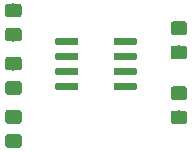
<source format=gbr>
G04 #@! TF.GenerationSoftware,KiCad,Pcbnew,(5.1.4)-1*
G04 #@! TF.CreationDate,2019-10-04T20:40:23-05:00*
G04 #@! TF.ProjectId,GettingToBlinky5.0,47657474-696e-4675-946f-426c696e6b79,rev?*
G04 #@! TF.SameCoordinates,Original*
G04 #@! TF.FileFunction,Paste,Top*
G04 #@! TF.FilePolarity,Positive*
%FSLAX46Y46*%
G04 Gerber Fmt 4.6, Leading zero omitted, Abs format (unit mm)*
G04 Created by KiCad (PCBNEW (5.1.4)-1) date 2019-10-04 20:40:23*
%MOMM*%
%LPD*%
G04 APERTURE LIST*
%ADD10C,0.100000*%
%ADD11C,0.600000*%
%ADD12C,1.150000*%
G04 APERTURE END LIST*
D10*
G36*
X149314703Y-94795722D02*
G01*
X149329264Y-94797882D01*
X149343543Y-94801459D01*
X149357403Y-94806418D01*
X149370710Y-94812712D01*
X149383336Y-94820280D01*
X149395159Y-94829048D01*
X149406066Y-94838934D01*
X149415952Y-94849841D01*
X149424720Y-94861664D01*
X149432288Y-94874290D01*
X149438582Y-94887597D01*
X149443541Y-94901457D01*
X149447118Y-94915736D01*
X149449278Y-94930297D01*
X149450000Y-94945000D01*
X149450000Y-95245000D01*
X149449278Y-95259703D01*
X149447118Y-95274264D01*
X149443541Y-95288543D01*
X149438582Y-95302403D01*
X149432288Y-95315710D01*
X149424720Y-95328336D01*
X149415952Y-95340159D01*
X149406066Y-95351066D01*
X149395159Y-95360952D01*
X149383336Y-95369720D01*
X149370710Y-95377288D01*
X149357403Y-95383582D01*
X149343543Y-95388541D01*
X149329264Y-95392118D01*
X149314703Y-95394278D01*
X149300000Y-95395000D01*
X147650000Y-95395000D01*
X147635297Y-95394278D01*
X147620736Y-95392118D01*
X147606457Y-95388541D01*
X147592597Y-95383582D01*
X147579290Y-95377288D01*
X147566664Y-95369720D01*
X147554841Y-95360952D01*
X147543934Y-95351066D01*
X147534048Y-95340159D01*
X147525280Y-95328336D01*
X147517712Y-95315710D01*
X147511418Y-95302403D01*
X147506459Y-95288543D01*
X147502882Y-95274264D01*
X147500722Y-95259703D01*
X147500000Y-95245000D01*
X147500000Y-94945000D01*
X147500722Y-94930297D01*
X147502882Y-94915736D01*
X147506459Y-94901457D01*
X147511418Y-94887597D01*
X147517712Y-94874290D01*
X147525280Y-94861664D01*
X147534048Y-94849841D01*
X147543934Y-94838934D01*
X147554841Y-94829048D01*
X147566664Y-94820280D01*
X147579290Y-94812712D01*
X147592597Y-94806418D01*
X147606457Y-94801459D01*
X147620736Y-94797882D01*
X147635297Y-94795722D01*
X147650000Y-94795000D01*
X149300000Y-94795000D01*
X149314703Y-94795722D01*
X149314703Y-94795722D01*
G37*
D11*
X148475000Y-95095000D03*
D10*
G36*
X149314703Y-96065722D02*
G01*
X149329264Y-96067882D01*
X149343543Y-96071459D01*
X149357403Y-96076418D01*
X149370710Y-96082712D01*
X149383336Y-96090280D01*
X149395159Y-96099048D01*
X149406066Y-96108934D01*
X149415952Y-96119841D01*
X149424720Y-96131664D01*
X149432288Y-96144290D01*
X149438582Y-96157597D01*
X149443541Y-96171457D01*
X149447118Y-96185736D01*
X149449278Y-96200297D01*
X149450000Y-96215000D01*
X149450000Y-96515000D01*
X149449278Y-96529703D01*
X149447118Y-96544264D01*
X149443541Y-96558543D01*
X149438582Y-96572403D01*
X149432288Y-96585710D01*
X149424720Y-96598336D01*
X149415952Y-96610159D01*
X149406066Y-96621066D01*
X149395159Y-96630952D01*
X149383336Y-96639720D01*
X149370710Y-96647288D01*
X149357403Y-96653582D01*
X149343543Y-96658541D01*
X149329264Y-96662118D01*
X149314703Y-96664278D01*
X149300000Y-96665000D01*
X147650000Y-96665000D01*
X147635297Y-96664278D01*
X147620736Y-96662118D01*
X147606457Y-96658541D01*
X147592597Y-96653582D01*
X147579290Y-96647288D01*
X147566664Y-96639720D01*
X147554841Y-96630952D01*
X147543934Y-96621066D01*
X147534048Y-96610159D01*
X147525280Y-96598336D01*
X147517712Y-96585710D01*
X147511418Y-96572403D01*
X147506459Y-96558543D01*
X147502882Y-96544264D01*
X147500722Y-96529703D01*
X147500000Y-96515000D01*
X147500000Y-96215000D01*
X147500722Y-96200297D01*
X147502882Y-96185736D01*
X147506459Y-96171457D01*
X147511418Y-96157597D01*
X147517712Y-96144290D01*
X147525280Y-96131664D01*
X147534048Y-96119841D01*
X147543934Y-96108934D01*
X147554841Y-96099048D01*
X147566664Y-96090280D01*
X147579290Y-96082712D01*
X147592597Y-96076418D01*
X147606457Y-96071459D01*
X147620736Y-96067882D01*
X147635297Y-96065722D01*
X147650000Y-96065000D01*
X149300000Y-96065000D01*
X149314703Y-96065722D01*
X149314703Y-96065722D01*
G37*
D11*
X148475000Y-96365000D03*
D10*
G36*
X149314703Y-97335722D02*
G01*
X149329264Y-97337882D01*
X149343543Y-97341459D01*
X149357403Y-97346418D01*
X149370710Y-97352712D01*
X149383336Y-97360280D01*
X149395159Y-97369048D01*
X149406066Y-97378934D01*
X149415952Y-97389841D01*
X149424720Y-97401664D01*
X149432288Y-97414290D01*
X149438582Y-97427597D01*
X149443541Y-97441457D01*
X149447118Y-97455736D01*
X149449278Y-97470297D01*
X149450000Y-97485000D01*
X149450000Y-97785000D01*
X149449278Y-97799703D01*
X149447118Y-97814264D01*
X149443541Y-97828543D01*
X149438582Y-97842403D01*
X149432288Y-97855710D01*
X149424720Y-97868336D01*
X149415952Y-97880159D01*
X149406066Y-97891066D01*
X149395159Y-97900952D01*
X149383336Y-97909720D01*
X149370710Y-97917288D01*
X149357403Y-97923582D01*
X149343543Y-97928541D01*
X149329264Y-97932118D01*
X149314703Y-97934278D01*
X149300000Y-97935000D01*
X147650000Y-97935000D01*
X147635297Y-97934278D01*
X147620736Y-97932118D01*
X147606457Y-97928541D01*
X147592597Y-97923582D01*
X147579290Y-97917288D01*
X147566664Y-97909720D01*
X147554841Y-97900952D01*
X147543934Y-97891066D01*
X147534048Y-97880159D01*
X147525280Y-97868336D01*
X147517712Y-97855710D01*
X147511418Y-97842403D01*
X147506459Y-97828543D01*
X147502882Y-97814264D01*
X147500722Y-97799703D01*
X147500000Y-97785000D01*
X147500000Y-97485000D01*
X147500722Y-97470297D01*
X147502882Y-97455736D01*
X147506459Y-97441457D01*
X147511418Y-97427597D01*
X147517712Y-97414290D01*
X147525280Y-97401664D01*
X147534048Y-97389841D01*
X147543934Y-97378934D01*
X147554841Y-97369048D01*
X147566664Y-97360280D01*
X147579290Y-97352712D01*
X147592597Y-97346418D01*
X147606457Y-97341459D01*
X147620736Y-97337882D01*
X147635297Y-97335722D01*
X147650000Y-97335000D01*
X149300000Y-97335000D01*
X149314703Y-97335722D01*
X149314703Y-97335722D01*
G37*
D11*
X148475000Y-97635000D03*
D10*
G36*
X149314703Y-98605722D02*
G01*
X149329264Y-98607882D01*
X149343543Y-98611459D01*
X149357403Y-98616418D01*
X149370710Y-98622712D01*
X149383336Y-98630280D01*
X149395159Y-98639048D01*
X149406066Y-98648934D01*
X149415952Y-98659841D01*
X149424720Y-98671664D01*
X149432288Y-98684290D01*
X149438582Y-98697597D01*
X149443541Y-98711457D01*
X149447118Y-98725736D01*
X149449278Y-98740297D01*
X149450000Y-98755000D01*
X149450000Y-99055000D01*
X149449278Y-99069703D01*
X149447118Y-99084264D01*
X149443541Y-99098543D01*
X149438582Y-99112403D01*
X149432288Y-99125710D01*
X149424720Y-99138336D01*
X149415952Y-99150159D01*
X149406066Y-99161066D01*
X149395159Y-99170952D01*
X149383336Y-99179720D01*
X149370710Y-99187288D01*
X149357403Y-99193582D01*
X149343543Y-99198541D01*
X149329264Y-99202118D01*
X149314703Y-99204278D01*
X149300000Y-99205000D01*
X147650000Y-99205000D01*
X147635297Y-99204278D01*
X147620736Y-99202118D01*
X147606457Y-99198541D01*
X147592597Y-99193582D01*
X147579290Y-99187288D01*
X147566664Y-99179720D01*
X147554841Y-99170952D01*
X147543934Y-99161066D01*
X147534048Y-99150159D01*
X147525280Y-99138336D01*
X147517712Y-99125710D01*
X147511418Y-99112403D01*
X147506459Y-99098543D01*
X147502882Y-99084264D01*
X147500722Y-99069703D01*
X147500000Y-99055000D01*
X147500000Y-98755000D01*
X147500722Y-98740297D01*
X147502882Y-98725736D01*
X147506459Y-98711457D01*
X147511418Y-98697597D01*
X147517712Y-98684290D01*
X147525280Y-98671664D01*
X147534048Y-98659841D01*
X147543934Y-98648934D01*
X147554841Y-98639048D01*
X147566664Y-98630280D01*
X147579290Y-98622712D01*
X147592597Y-98616418D01*
X147606457Y-98611459D01*
X147620736Y-98607882D01*
X147635297Y-98605722D01*
X147650000Y-98605000D01*
X149300000Y-98605000D01*
X149314703Y-98605722D01*
X149314703Y-98605722D01*
G37*
D11*
X148475000Y-98905000D03*
D10*
G36*
X144364703Y-98605722D02*
G01*
X144379264Y-98607882D01*
X144393543Y-98611459D01*
X144407403Y-98616418D01*
X144420710Y-98622712D01*
X144433336Y-98630280D01*
X144445159Y-98639048D01*
X144456066Y-98648934D01*
X144465952Y-98659841D01*
X144474720Y-98671664D01*
X144482288Y-98684290D01*
X144488582Y-98697597D01*
X144493541Y-98711457D01*
X144497118Y-98725736D01*
X144499278Y-98740297D01*
X144500000Y-98755000D01*
X144500000Y-99055000D01*
X144499278Y-99069703D01*
X144497118Y-99084264D01*
X144493541Y-99098543D01*
X144488582Y-99112403D01*
X144482288Y-99125710D01*
X144474720Y-99138336D01*
X144465952Y-99150159D01*
X144456066Y-99161066D01*
X144445159Y-99170952D01*
X144433336Y-99179720D01*
X144420710Y-99187288D01*
X144407403Y-99193582D01*
X144393543Y-99198541D01*
X144379264Y-99202118D01*
X144364703Y-99204278D01*
X144350000Y-99205000D01*
X142700000Y-99205000D01*
X142685297Y-99204278D01*
X142670736Y-99202118D01*
X142656457Y-99198541D01*
X142642597Y-99193582D01*
X142629290Y-99187288D01*
X142616664Y-99179720D01*
X142604841Y-99170952D01*
X142593934Y-99161066D01*
X142584048Y-99150159D01*
X142575280Y-99138336D01*
X142567712Y-99125710D01*
X142561418Y-99112403D01*
X142556459Y-99098543D01*
X142552882Y-99084264D01*
X142550722Y-99069703D01*
X142550000Y-99055000D01*
X142550000Y-98755000D01*
X142550722Y-98740297D01*
X142552882Y-98725736D01*
X142556459Y-98711457D01*
X142561418Y-98697597D01*
X142567712Y-98684290D01*
X142575280Y-98671664D01*
X142584048Y-98659841D01*
X142593934Y-98648934D01*
X142604841Y-98639048D01*
X142616664Y-98630280D01*
X142629290Y-98622712D01*
X142642597Y-98616418D01*
X142656457Y-98611459D01*
X142670736Y-98607882D01*
X142685297Y-98605722D01*
X142700000Y-98605000D01*
X144350000Y-98605000D01*
X144364703Y-98605722D01*
X144364703Y-98605722D01*
G37*
D11*
X143525000Y-98905000D03*
D10*
G36*
X144364703Y-97335722D02*
G01*
X144379264Y-97337882D01*
X144393543Y-97341459D01*
X144407403Y-97346418D01*
X144420710Y-97352712D01*
X144433336Y-97360280D01*
X144445159Y-97369048D01*
X144456066Y-97378934D01*
X144465952Y-97389841D01*
X144474720Y-97401664D01*
X144482288Y-97414290D01*
X144488582Y-97427597D01*
X144493541Y-97441457D01*
X144497118Y-97455736D01*
X144499278Y-97470297D01*
X144500000Y-97485000D01*
X144500000Y-97785000D01*
X144499278Y-97799703D01*
X144497118Y-97814264D01*
X144493541Y-97828543D01*
X144488582Y-97842403D01*
X144482288Y-97855710D01*
X144474720Y-97868336D01*
X144465952Y-97880159D01*
X144456066Y-97891066D01*
X144445159Y-97900952D01*
X144433336Y-97909720D01*
X144420710Y-97917288D01*
X144407403Y-97923582D01*
X144393543Y-97928541D01*
X144379264Y-97932118D01*
X144364703Y-97934278D01*
X144350000Y-97935000D01*
X142700000Y-97935000D01*
X142685297Y-97934278D01*
X142670736Y-97932118D01*
X142656457Y-97928541D01*
X142642597Y-97923582D01*
X142629290Y-97917288D01*
X142616664Y-97909720D01*
X142604841Y-97900952D01*
X142593934Y-97891066D01*
X142584048Y-97880159D01*
X142575280Y-97868336D01*
X142567712Y-97855710D01*
X142561418Y-97842403D01*
X142556459Y-97828543D01*
X142552882Y-97814264D01*
X142550722Y-97799703D01*
X142550000Y-97785000D01*
X142550000Y-97485000D01*
X142550722Y-97470297D01*
X142552882Y-97455736D01*
X142556459Y-97441457D01*
X142561418Y-97427597D01*
X142567712Y-97414290D01*
X142575280Y-97401664D01*
X142584048Y-97389841D01*
X142593934Y-97378934D01*
X142604841Y-97369048D01*
X142616664Y-97360280D01*
X142629290Y-97352712D01*
X142642597Y-97346418D01*
X142656457Y-97341459D01*
X142670736Y-97337882D01*
X142685297Y-97335722D01*
X142700000Y-97335000D01*
X144350000Y-97335000D01*
X144364703Y-97335722D01*
X144364703Y-97335722D01*
G37*
D11*
X143525000Y-97635000D03*
D10*
G36*
X144364703Y-96065722D02*
G01*
X144379264Y-96067882D01*
X144393543Y-96071459D01*
X144407403Y-96076418D01*
X144420710Y-96082712D01*
X144433336Y-96090280D01*
X144445159Y-96099048D01*
X144456066Y-96108934D01*
X144465952Y-96119841D01*
X144474720Y-96131664D01*
X144482288Y-96144290D01*
X144488582Y-96157597D01*
X144493541Y-96171457D01*
X144497118Y-96185736D01*
X144499278Y-96200297D01*
X144500000Y-96215000D01*
X144500000Y-96515000D01*
X144499278Y-96529703D01*
X144497118Y-96544264D01*
X144493541Y-96558543D01*
X144488582Y-96572403D01*
X144482288Y-96585710D01*
X144474720Y-96598336D01*
X144465952Y-96610159D01*
X144456066Y-96621066D01*
X144445159Y-96630952D01*
X144433336Y-96639720D01*
X144420710Y-96647288D01*
X144407403Y-96653582D01*
X144393543Y-96658541D01*
X144379264Y-96662118D01*
X144364703Y-96664278D01*
X144350000Y-96665000D01*
X142700000Y-96665000D01*
X142685297Y-96664278D01*
X142670736Y-96662118D01*
X142656457Y-96658541D01*
X142642597Y-96653582D01*
X142629290Y-96647288D01*
X142616664Y-96639720D01*
X142604841Y-96630952D01*
X142593934Y-96621066D01*
X142584048Y-96610159D01*
X142575280Y-96598336D01*
X142567712Y-96585710D01*
X142561418Y-96572403D01*
X142556459Y-96558543D01*
X142552882Y-96544264D01*
X142550722Y-96529703D01*
X142550000Y-96515000D01*
X142550000Y-96215000D01*
X142550722Y-96200297D01*
X142552882Y-96185736D01*
X142556459Y-96171457D01*
X142561418Y-96157597D01*
X142567712Y-96144290D01*
X142575280Y-96131664D01*
X142584048Y-96119841D01*
X142593934Y-96108934D01*
X142604841Y-96099048D01*
X142616664Y-96090280D01*
X142629290Y-96082712D01*
X142642597Y-96076418D01*
X142656457Y-96071459D01*
X142670736Y-96067882D01*
X142685297Y-96065722D01*
X142700000Y-96065000D01*
X144350000Y-96065000D01*
X144364703Y-96065722D01*
X144364703Y-96065722D01*
G37*
D11*
X143525000Y-96365000D03*
D10*
G36*
X144364703Y-94795722D02*
G01*
X144379264Y-94797882D01*
X144393543Y-94801459D01*
X144407403Y-94806418D01*
X144420710Y-94812712D01*
X144433336Y-94820280D01*
X144445159Y-94829048D01*
X144456066Y-94838934D01*
X144465952Y-94849841D01*
X144474720Y-94861664D01*
X144482288Y-94874290D01*
X144488582Y-94887597D01*
X144493541Y-94901457D01*
X144497118Y-94915736D01*
X144499278Y-94930297D01*
X144500000Y-94945000D01*
X144500000Y-95245000D01*
X144499278Y-95259703D01*
X144497118Y-95274264D01*
X144493541Y-95288543D01*
X144488582Y-95302403D01*
X144482288Y-95315710D01*
X144474720Y-95328336D01*
X144465952Y-95340159D01*
X144456066Y-95351066D01*
X144445159Y-95360952D01*
X144433336Y-95369720D01*
X144420710Y-95377288D01*
X144407403Y-95383582D01*
X144393543Y-95388541D01*
X144379264Y-95392118D01*
X144364703Y-95394278D01*
X144350000Y-95395000D01*
X142700000Y-95395000D01*
X142685297Y-95394278D01*
X142670736Y-95392118D01*
X142656457Y-95388541D01*
X142642597Y-95383582D01*
X142629290Y-95377288D01*
X142616664Y-95369720D01*
X142604841Y-95360952D01*
X142593934Y-95351066D01*
X142584048Y-95340159D01*
X142575280Y-95328336D01*
X142567712Y-95315710D01*
X142561418Y-95302403D01*
X142556459Y-95288543D01*
X142552882Y-95274264D01*
X142550722Y-95259703D01*
X142550000Y-95245000D01*
X142550000Y-94945000D01*
X142550722Y-94930297D01*
X142552882Y-94915736D01*
X142556459Y-94901457D01*
X142561418Y-94887597D01*
X142567712Y-94874290D01*
X142575280Y-94861664D01*
X142584048Y-94849841D01*
X142593934Y-94838934D01*
X142604841Y-94829048D01*
X142616664Y-94820280D01*
X142629290Y-94812712D01*
X142642597Y-94806418D01*
X142656457Y-94801459D01*
X142670736Y-94797882D01*
X142685297Y-94795722D01*
X142700000Y-94795000D01*
X144350000Y-94795000D01*
X144364703Y-94795722D01*
X144364703Y-94795722D01*
G37*
D11*
X143525000Y-95095000D03*
D10*
G36*
X139474505Y-98451204D02*
G01*
X139498773Y-98454804D01*
X139522572Y-98460765D01*
X139545671Y-98469030D01*
X139567850Y-98479520D01*
X139588893Y-98492132D01*
X139608599Y-98506747D01*
X139626777Y-98523223D01*
X139643253Y-98541401D01*
X139657868Y-98561107D01*
X139670480Y-98582150D01*
X139680970Y-98604329D01*
X139689235Y-98627428D01*
X139695196Y-98651227D01*
X139698796Y-98675495D01*
X139700000Y-98699999D01*
X139700000Y-99350001D01*
X139698796Y-99374505D01*
X139695196Y-99398773D01*
X139689235Y-99422572D01*
X139680970Y-99445671D01*
X139670480Y-99467850D01*
X139657868Y-99488893D01*
X139643253Y-99508599D01*
X139626777Y-99526777D01*
X139608599Y-99543253D01*
X139588893Y-99557868D01*
X139567850Y-99570480D01*
X139545671Y-99580970D01*
X139522572Y-99589235D01*
X139498773Y-99595196D01*
X139474505Y-99598796D01*
X139450001Y-99600000D01*
X138549999Y-99600000D01*
X138525495Y-99598796D01*
X138501227Y-99595196D01*
X138477428Y-99589235D01*
X138454329Y-99580970D01*
X138432150Y-99570480D01*
X138411107Y-99557868D01*
X138391401Y-99543253D01*
X138373223Y-99526777D01*
X138356747Y-99508599D01*
X138342132Y-99488893D01*
X138329520Y-99467850D01*
X138319030Y-99445671D01*
X138310765Y-99422572D01*
X138304804Y-99398773D01*
X138301204Y-99374505D01*
X138300000Y-99350001D01*
X138300000Y-98699999D01*
X138301204Y-98675495D01*
X138304804Y-98651227D01*
X138310765Y-98627428D01*
X138319030Y-98604329D01*
X138329520Y-98582150D01*
X138342132Y-98561107D01*
X138356747Y-98541401D01*
X138373223Y-98523223D01*
X138391401Y-98506747D01*
X138411107Y-98492132D01*
X138432150Y-98479520D01*
X138454329Y-98469030D01*
X138477428Y-98460765D01*
X138501227Y-98454804D01*
X138525495Y-98451204D01*
X138549999Y-98450000D01*
X139450001Y-98450000D01*
X139474505Y-98451204D01*
X139474505Y-98451204D01*
G37*
D12*
X139000000Y-99025000D03*
D10*
G36*
X139474505Y-96401204D02*
G01*
X139498773Y-96404804D01*
X139522572Y-96410765D01*
X139545671Y-96419030D01*
X139567850Y-96429520D01*
X139588893Y-96442132D01*
X139608599Y-96456747D01*
X139626777Y-96473223D01*
X139643253Y-96491401D01*
X139657868Y-96511107D01*
X139670480Y-96532150D01*
X139680970Y-96554329D01*
X139689235Y-96577428D01*
X139695196Y-96601227D01*
X139698796Y-96625495D01*
X139700000Y-96649999D01*
X139700000Y-97300001D01*
X139698796Y-97324505D01*
X139695196Y-97348773D01*
X139689235Y-97372572D01*
X139680970Y-97395671D01*
X139670480Y-97417850D01*
X139657868Y-97438893D01*
X139643253Y-97458599D01*
X139626777Y-97476777D01*
X139608599Y-97493253D01*
X139588893Y-97507868D01*
X139567850Y-97520480D01*
X139545671Y-97530970D01*
X139522572Y-97539235D01*
X139498773Y-97545196D01*
X139474505Y-97548796D01*
X139450001Y-97550000D01*
X138549999Y-97550000D01*
X138525495Y-97548796D01*
X138501227Y-97545196D01*
X138477428Y-97539235D01*
X138454329Y-97530970D01*
X138432150Y-97520480D01*
X138411107Y-97507868D01*
X138391401Y-97493253D01*
X138373223Y-97476777D01*
X138356747Y-97458599D01*
X138342132Y-97438893D01*
X138329520Y-97417850D01*
X138319030Y-97395671D01*
X138310765Y-97372572D01*
X138304804Y-97348773D01*
X138301204Y-97324505D01*
X138300000Y-97300001D01*
X138300000Y-96649999D01*
X138301204Y-96625495D01*
X138304804Y-96601227D01*
X138310765Y-96577428D01*
X138319030Y-96554329D01*
X138329520Y-96532150D01*
X138342132Y-96511107D01*
X138356747Y-96491401D01*
X138373223Y-96473223D01*
X138391401Y-96456747D01*
X138411107Y-96442132D01*
X138432150Y-96429520D01*
X138454329Y-96419030D01*
X138477428Y-96410765D01*
X138501227Y-96404804D01*
X138525495Y-96401204D01*
X138549999Y-96400000D01*
X139450001Y-96400000D01*
X139474505Y-96401204D01*
X139474505Y-96401204D01*
G37*
D12*
X139000000Y-96975000D03*
D10*
G36*
X153474505Y-100951204D02*
G01*
X153498773Y-100954804D01*
X153522572Y-100960765D01*
X153545671Y-100969030D01*
X153567850Y-100979520D01*
X153588893Y-100992132D01*
X153608599Y-101006747D01*
X153626777Y-101023223D01*
X153643253Y-101041401D01*
X153657868Y-101061107D01*
X153670480Y-101082150D01*
X153680970Y-101104329D01*
X153689235Y-101127428D01*
X153695196Y-101151227D01*
X153698796Y-101175495D01*
X153700000Y-101199999D01*
X153700000Y-101850001D01*
X153698796Y-101874505D01*
X153695196Y-101898773D01*
X153689235Y-101922572D01*
X153680970Y-101945671D01*
X153670480Y-101967850D01*
X153657868Y-101988893D01*
X153643253Y-102008599D01*
X153626777Y-102026777D01*
X153608599Y-102043253D01*
X153588893Y-102057868D01*
X153567850Y-102070480D01*
X153545671Y-102080970D01*
X153522572Y-102089235D01*
X153498773Y-102095196D01*
X153474505Y-102098796D01*
X153450001Y-102100000D01*
X152549999Y-102100000D01*
X152525495Y-102098796D01*
X152501227Y-102095196D01*
X152477428Y-102089235D01*
X152454329Y-102080970D01*
X152432150Y-102070480D01*
X152411107Y-102057868D01*
X152391401Y-102043253D01*
X152373223Y-102026777D01*
X152356747Y-102008599D01*
X152342132Y-101988893D01*
X152329520Y-101967850D01*
X152319030Y-101945671D01*
X152310765Y-101922572D01*
X152304804Y-101898773D01*
X152301204Y-101874505D01*
X152300000Y-101850001D01*
X152300000Y-101199999D01*
X152301204Y-101175495D01*
X152304804Y-101151227D01*
X152310765Y-101127428D01*
X152319030Y-101104329D01*
X152329520Y-101082150D01*
X152342132Y-101061107D01*
X152356747Y-101041401D01*
X152373223Y-101023223D01*
X152391401Y-101006747D01*
X152411107Y-100992132D01*
X152432150Y-100979520D01*
X152454329Y-100969030D01*
X152477428Y-100960765D01*
X152501227Y-100954804D01*
X152525495Y-100951204D01*
X152549999Y-100950000D01*
X153450001Y-100950000D01*
X153474505Y-100951204D01*
X153474505Y-100951204D01*
G37*
D12*
X153000000Y-101525000D03*
D10*
G36*
X153474505Y-98901204D02*
G01*
X153498773Y-98904804D01*
X153522572Y-98910765D01*
X153545671Y-98919030D01*
X153567850Y-98929520D01*
X153588893Y-98942132D01*
X153608599Y-98956747D01*
X153626777Y-98973223D01*
X153643253Y-98991401D01*
X153657868Y-99011107D01*
X153670480Y-99032150D01*
X153680970Y-99054329D01*
X153689235Y-99077428D01*
X153695196Y-99101227D01*
X153698796Y-99125495D01*
X153700000Y-99149999D01*
X153700000Y-99800001D01*
X153698796Y-99824505D01*
X153695196Y-99848773D01*
X153689235Y-99872572D01*
X153680970Y-99895671D01*
X153670480Y-99917850D01*
X153657868Y-99938893D01*
X153643253Y-99958599D01*
X153626777Y-99976777D01*
X153608599Y-99993253D01*
X153588893Y-100007868D01*
X153567850Y-100020480D01*
X153545671Y-100030970D01*
X153522572Y-100039235D01*
X153498773Y-100045196D01*
X153474505Y-100048796D01*
X153450001Y-100050000D01*
X152549999Y-100050000D01*
X152525495Y-100048796D01*
X152501227Y-100045196D01*
X152477428Y-100039235D01*
X152454329Y-100030970D01*
X152432150Y-100020480D01*
X152411107Y-100007868D01*
X152391401Y-99993253D01*
X152373223Y-99976777D01*
X152356747Y-99958599D01*
X152342132Y-99938893D01*
X152329520Y-99917850D01*
X152319030Y-99895671D01*
X152310765Y-99872572D01*
X152304804Y-99848773D01*
X152301204Y-99824505D01*
X152300000Y-99800001D01*
X152300000Y-99149999D01*
X152301204Y-99125495D01*
X152304804Y-99101227D01*
X152310765Y-99077428D01*
X152319030Y-99054329D01*
X152329520Y-99032150D01*
X152342132Y-99011107D01*
X152356747Y-98991401D01*
X152373223Y-98973223D01*
X152391401Y-98956747D01*
X152411107Y-98942132D01*
X152432150Y-98929520D01*
X152454329Y-98919030D01*
X152477428Y-98910765D01*
X152501227Y-98904804D01*
X152525495Y-98901204D01*
X152549999Y-98900000D01*
X153450001Y-98900000D01*
X153474505Y-98901204D01*
X153474505Y-98901204D01*
G37*
D12*
X153000000Y-99475000D03*
D10*
G36*
X153474505Y-95451204D02*
G01*
X153498773Y-95454804D01*
X153522572Y-95460765D01*
X153545671Y-95469030D01*
X153567850Y-95479520D01*
X153588893Y-95492132D01*
X153608599Y-95506747D01*
X153626777Y-95523223D01*
X153643253Y-95541401D01*
X153657868Y-95561107D01*
X153670480Y-95582150D01*
X153680970Y-95604329D01*
X153689235Y-95627428D01*
X153695196Y-95651227D01*
X153698796Y-95675495D01*
X153700000Y-95699999D01*
X153700000Y-96350001D01*
X153698796Y-96374505D01*
X153695196Y-96398773D01*
X153689235Y-96422572D01*
X153680970Y-96445671D01*
X153670480Y-96467850D01*
X153657868Y-96488893D01*
X153643253Y-96508599D01*
X153626777Y-96526777D01*
X153608599Y-96543253D01*
X153588893Y-96557868D01*
X153567850Y-96570480D01*
X153545671Y-96580970D01*
X153522572Y-96589235D01*
X153498773Y-96595196D01*
X153474505Y-96598796D01*
X153450001Y-96600000D01*
X152549999Y-96600000D01*
X152525495Y-96598796D01*
X152501227Y-96595196D01*
X152477428Y-96589235D01*
X152454329Y-96580970D01*
X152432150Y-96570480D01*
X152411107Y-96557868D01*
X152391401Y-96543253D01*
X152373223Y-96526777D01*
X152356747Y-96508599D01*
X152342132Y-96488893D01*
X152329520Y-96467850D01*
X152319030Y-96445671D01*
X152310765Y-96422572D01*
X152304804Y-96398773D01*
X152301204Y-96374505D01*
X152300000Y-96350001D01*
X152300000Y-95699999D01*
X152301204Y-95675495D01*
X152304804Y-95651227D01*
X152310765Y-95627428D01*
X152319030Y-95604329D01*
X152329520Y-95582150D01*
X152342132Y-95561107D01*
X152356747Y-95541401D01*
X152373223Y-95523223D01*
X152391401Y-95506747D01*
X152411107Y-95492132D01*
X152432150Y-95479520D01*
X152454329Y-95469030D01*
X152477428Y-95460765D01*
X152501227Y-95454804D01*
X152525495Y-95451204D01*
X152549999Y-95450000D01*
X153450001Y-95450000D01*
X153474505Y-95451204D01*
X153474505Y-95451204D01*
G37*
D12*
X153000000Y-96025000D03*
D10*
G36*
X153474505Y-93401204D02*
G01*
X153498773Y-93404804D01*
X153522572Y-93410765D01*
X153545671Y-93419030D01*
X153567850Y-93429520D01*
X153588893Y-93442132D01*
X153608599Y-93456747D01*
X153626777Y-93473223D01*
X153643253Y-93491401D01*
X153657868Y-93511107D01*
X153670480Y-93532150D01*
X153680970Y-93554329D01*
X153689235Y-93577428D01*
X153695196Y-93601227D01*
X153698796Y-93625495D01*
X153700000Y-93649999D01*
X153700000Y-94300001D01*
X153698796Y-94324505D01*
X153695196Y-94348773D01*
X153689235Y-94372572D01*
X153680970Y-94395671D01*
X153670480Y-94417850D01*
X153657868Y-94438893D01*
X153643253Y-94458599D01*
X153626777Y-94476777D01*
X153608599Y-94493253D01*
X153588893Y-94507868D01*
X153567850Y-94520480D01*
X153545671Y-94530970D01*
X153522572Y-94539235D01*
X153498773Y-94545196D01*
X153474505Y-94548796D01*
X153450001Y-94550000D01*
X152549999Y-94550000D01*
X152525495Y-94548796D01*
X152501227Y-94545196D01*
X152477428Y-94539235D01*
X152454329Y-94530970D01*
X152432150Y-94520480D01*
X152411107Y-94507868D01*
X152391401Y-94493253D01*
X152373223Y-94476777D01*
X152356747Y-94458599D01*
X152342132Y-94438893D01*
X152329520Y-94417850D01*
X152319030Y-94395671D01*
X152310765Y-94372572D01*
X152304804Y-94348773D01*
X152301204Y-94324505D01*
X152300000Y-94300001D01*
X152300000Y-93649999D01*
X152301204Y-93625495D01*
X152304804Y-93601227D01*
X152310765Y-93577428D01*
X152319030Y-93554329D01*
X152329520Y-93532150D01*
X152342132Y-93511107D01*
X152356747Y-93491401D01*
X152373223Y-93473223D01*
X152391401Y-93456747D01*
X152411107Y-93442132D01*
X152432150Y-93429520D01*
X152454329Y-93419030D01*
X152477428Y-93410765D01*
X152501227Y-93404804D01*
X152525495Y-93401204D01*
X152549999Y-93400000D01*
X153450001Y-93400000D01*
X153474505Y-93401204D01*
X153474505Y-93401204D01*
G37*
D12*
X153000000Y-93975000D03*
D10*
G36*
X139474505Y-100901204D02*
G01*
X139498773Y-100904804D01*
X139522572Y-100910765D01*
X139545671Y-100919030D01*
X139567850Y-100929520D01*
X139588893Y-100942132D01*
X139608599Y-100956747D01*
X139626777Y-100973223D01*
X139643253Y-100991401D01*
X139657868Y-101011107D01*
X139670480Y-101032150D01*
X139680970Y-101054329D01*
X139689235Y-101077428D01*
X139695196Y-101101227D01*
X139698796Y-101125495D01*
X139700000Y-101149999D01*
X139700000Y-101800001D01*
X139698796Y-101824505D01*
X139695196Y-101848773D01*
X139689235Y-101872572D01*
X139680970Y-101895671D01*
X139670480Y-101917850D01*
X139657868Y-101938893D01*
X139643253Y-101958599D01*
X139626777Y-101976777D01*
X139608599Y-101993253D01*
X139588893Y-102007868D01*
X139567850Y-102020480D01*
X139545671Y-102030970D01*
X139522572Y-102039235D01*
X139498773Y-102045196D01*
X139474505Y-102048796D01*
X139450001Y-102050000D01*
X138549999Y-102050000D01*
X138525495Y-102048796D01*
X138501227Y-102045196D01*
X138477428Y-102039235D01*
X138454329Y-102030970D01*
X138432150Y-102020480D01*
X138411107Y-102007868D01*
X138391401Y-101993253D01*
X138373223Y-101976777D01*
X138356747Y-101958599D01*
X138342132Y-101938893D01*
X138329520Y-101917850D01*
X138319030Y-101895671D01*
X138310765Y-101872572D01*
X138304804Y-101848773D01*
X138301204Y-101824505D01*
X138300000Y-101800001D01*
X138300000Y-101149999D01*
X138301204Y-101125495D01*
X138304804Y-101101227D01*
X138310765Y-101077428D01*
X138319030Y-101054329D01*
X138329520Y-101032150D01*
X138342132Y-101011107D01*
X138356747Y-100991401D01*
X138373223Y-100973223D01*
X138391401Y-100956747D01*
X138411107Y-100942132D01*
X138432150Y-100929520D01*
X138454329Y-100919030D01*
X138477428Y-100910765D01*
X138501227Y-100904804D01*
X138525495Y-100901204D01*
X138549999Y-100900000D01*
X139450001Y-100900000D01*
X139474505Y-100901204D01*
X139474505Y-100901204D01*
G37*
D12*
X139000000Y-101475000D03*
D10*
G36*
X139474505Y-102951204D02*
G01*
X139498773Y-102954804D01*
X139522572Y-102960765D01*
X139545671Y-102969030D01*
X139567850Y-102979520D01*
X139588893Y-102992132D01*
X139608599Y-103006747D01*
X139626777Y-103023223D01*
X139643253Y-103041401D01*
X139657868Y-103061107D01*
X139670480Y-103082150D01*
X139680970Y-103104329D01*
X139689235Y-103127428D01*
X139695196Y-103151227D01*
X139698796Y-103175495D01*
X139700000Y-103199999D01*
X139700000Y-103850001D01*
X139698796Y-103874505D01*
X139695196Y-103898773D01*
X139689235Y-103922572D01*
X139680970Y-103945671D01*
X139670480Y-103967850D01*
X139657868Y-103988893D01*
X139643253Y-104008599D01*
X139626777Y-104026777D01*
X139608599Y-104043253D01*
X139588893Y-104057868D01*
X139567850Y-104070480D01*
X139545671Y-104080970D01*
X139522572Y-104089235D01*
X139498773Y-104095196D01*
X139474505Y-104098796D01*
X139450001Y-104100000D01*
X138549999Y-104100000D01*
X138525495Y-104098796D01*
X138501227Y-104095196D01*
X138477428Y-104089235D01*
X138454329Y-104080970D01*
X138432150Y-104070480D01*
X138411107Y-104057868D01*
X138391401Y-104043253D01*
X138373223Y-104026777D01*
X138356747Y-104008599D01*
X138342132Y-103988893D01*
X138329520Y-103967850D01*
X138319030Y-103945671D01*
X138310765Y-103922572D01*
X138304804Y-103898773D01*
X138301204Y-103874505D01*
X138300000Y-103850001D01*
X138300000Y-103199999D01*
X138301204Y-103175495D01*
X138304804Y-103151227D01*
X138310765Y-103127428D01*
X138319030Y-103104329D01*
X138329520Y-103082150D01*
X138342132Y-103061107D01*
X138356747Y-103041401D01*
X138373223Y-103023223D01*
X138391401Y-103006747D01*
X138411107Y-102992132D01*
X138432150Y-102979520D01*
X138454329Y-102969030D01*
X138477428Y-102960765D01*
X138501227Y-102954804D01*
X138525495Y-102951204D01*
X138549999Y-102950000D01*
X139450001Y-102950000D01*
X139474505Y-102951204D01*
X139474505Y-102951204D01*
G37*
D12*
X139000000Y-103525000D03*
D10*
G36*
X139474505Y-91901204D02*
G01*
X139498773Y-91904804D01*
X139522572Y-91910765D01*
X139545671Y-91919030D01*
X139567850Y-91929520D01*
X139588893Y-91942132D01*
X139608599Y-91956747D01*
X139626777Y-91973223D01*
X139643253Y-91991401D01*
X139657868Y-92011107D01*
X139670480Y-92032150D01*
X139680970Y-92054329D01*
X139689235Y-92077428D01*
X139695196Y-92101227D01*
X139698796Y-92125495D01*
X139700000Y-92149999D01*
X139700000Y-92800001D01*
X139698796Y-92824505D01*
X139695196Y-92848773D01*
X139689235Y-92872572D01*
X139680970Y-92895671D01*
X139670480Y-92917850D01*
X139657868Y-92938893D01*
X139643253Y-92958599D01*
X139626777Y-92976777D01*
X139608599Y-92993253D01*
X139588893Y-93007868D01*
X139567850Y-93020480D01*
X139545671Y-93030970D01*
X139522572Y-93039235D01*
X139498773Y-93045196D01*
X139474505Y-93048796D01*
X139450001Y-93050000D01*
X138549999Y-93050000D01*
X138525495Y-93048796D01*
X138501227Y-93045196D01*
X138477428Y-93039235D01*
X138454329Y-93030970D01*
X138432150Y-93020480D01*
X138411107Y-93007868D01*
X138391401Y-92993253D01*
X138373223Y-92976777D01*
X138356747Y-92958599D01*
X138342132Y-92938893D01*
X138329520Y-92917850D01*
X138319030Y-92895671D01*
X138310765Y-92872572D01*
X138304804Y-92848773D01*
X138301204Y-92824505D01*
X138300000Y-92800001D01*
X138300000Y-92149999D01*
X138301204Y-92125495D01*
X138304804Y-92101227D01*
X138310765Y-92077428D01*
X138319030Y-92054329D01*
X138329520Y-92032150D01*
X138342132Y-92011107D01*
X138356747Y-91991401D01*
X138373223Y-91973223D01*
X138391401Y-91956747D01*
X138411107Y-91942132D01*
X138432150Y-91929520D01*
X138454329Y-91919030D01*
X138477428Y-91910765D01*
X138501227Y-91904804D01*
X138525495Y-91901204D01*
X138549999Y-91900000D01*
X139450001Y-91900000D01*
X139474505Y-91901204D01*
X139474505Y-91901204D01*
G37*
D12*
X139000000Y-92475000D03*
D10*
G36*
X139474505Y-93951204D02*
G01*
X139498773Y-93954804D01*
X139522572Y-93960765D01*
X139545671Y-93969030D01*
X139567850Y-93979520D01*
X139588893Y-93992132D01*
X139608599Y-94006747D01*
X139626777Y-94023223D01*
X139643253Y-94041401D01*
X139657868Y-94061107D01*
X139670480Y-94082150D01*
X139680970Y-94104329D01*
X139689235Y-94127428D01*
X139695196Y-94151227D01*
X139698796Y-94175495D01*
X139700000Y-94199999D01*
X139700000Y-94850001D01*
X139698796Y-94874505D01*
X139695196Y-94898773D01*
X139689235Y-94922572D01*
X139680970Y-94945671D01*
X139670480Y-94967850D01*
X139657868Y-94988893D01*
X139643253Y-95008599D01*
X139626777Y-95026777D01*
X139608599Y-95043253D01*
X139588893Y-95057868D01*
X139567850Y-95070480D01*
X139545671Y-95080970D01*
X139522572Y-95089235D01*
X139498773Y-95095196D01*
X139474505Y-95098796D01*
X139450001Y-95100000D01*
X138549999Y-95100000D01*
X138525495Y-95098796D01*
X138501227Y-95095196D01*
X138477428Y-95089235D01*
X138454329Y-95080970D01*
X138432150Y-95070480D01*
X138411107Y-95057868D01*
X138391401Y-95043253D01*
X138373223Y-95026777D01*
X138356747Y-95008599D01*
X138342132Y-94988893D01*
X138329520Y-94967850D01*
X138319030Y-94945671D01*
X138310765Y-94922572D01*
X138304804Y-94898773D01*
X138301204Y-94874505D01*
X138300000Y-94850001D01*
X138300000Y-94199999D01*
X138301204Y-94175495D01*
X138304804Y-94151227D01*
X138310765Y-94127428D01*
X138319030Y-94104329D01*
X138329520Y-94082150D01*
X138342132Y-94061107D01*
X138356747Y-94041401D01*
X138373223Y-94023223D01*
X138391401Y-94006747D01*
X138411107Y-93992132D01*
X138432150Y-93979520D01*
X138454329Y-93969030D01*
X138477428Y-93960765D01*
X138501227Y-93954804D01*
X138525495Y-93951204D01*
X138549999Y-93950000D01*
X139450001Y-93950000D01*
X139474505Y-93951204D01*
X139474505Y-93951204D01*
G37*
D12*
X139000000Y-94525000D03*
M02*

</source>
